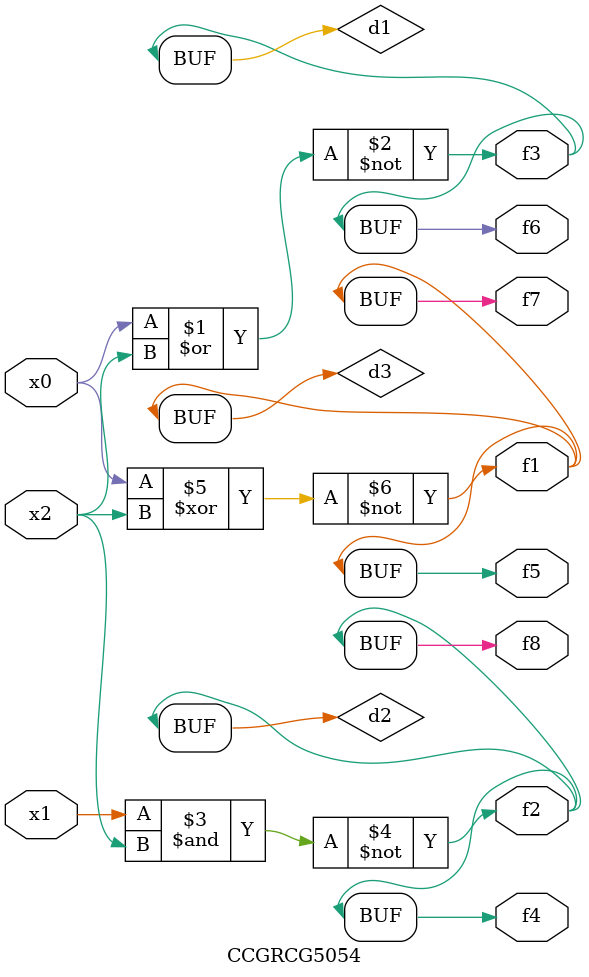
<source format=v>
module CCGRCG5054(
	input x0, x1, x2,
	output f1, f2, f3, f4, f5, f6, f7, f8
);

	wire d1, d2, d3;

	nor (d1, x0, x2);
	nand (d2, x1, x2);
	xnor (d3, x0, x2);
	assign f1 = d3;
	assign f2 = d2;
	assign f3 = d1;
	assign f4 = d2;
	assign f5 = d3;
	assign f6 = d1;
	assign f7 = d3;
	assign f8 = d2;
endmodule

</source>
